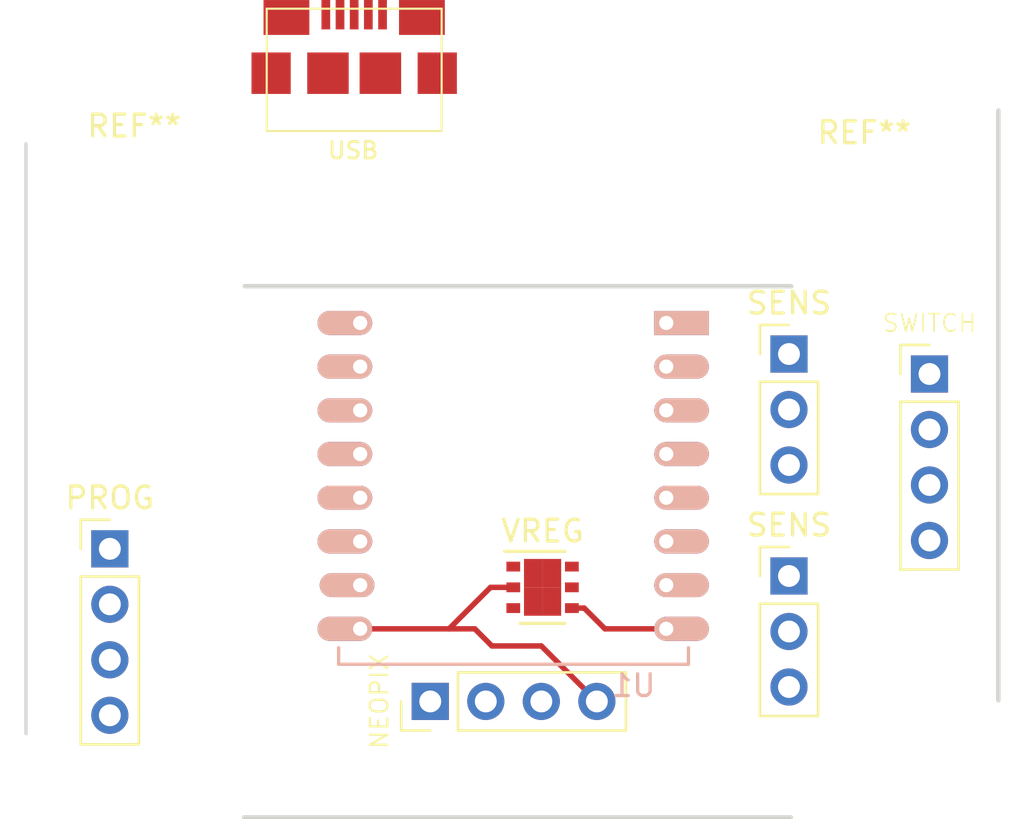
<source format=kicad_pcb>
(kicad_pcb (version 20171130) (host pcbnew 5.0.2-bee76a0~70~ubuntu18.04.1)

  (general
    (thickness 1.6)
    (drawings 6)
    (tracks 10)
    (zones 0)
    (modules 10)
    (nets 1)
  )

  (page A4)
  (layers
    (0 F.Cu signal)
    (31 B.Cu signal)
    (32 B.Adhes user)
    (33 F.Adhes user)
    (34 B.Paste user)
    (35 F.Paste user)
    (36 B.SilkS user)
    (37 F.SilkS user)
    (38 B.Mask user)
    (39 F.Mask user)
    (40 Dwgs.User user)
    (41 Cmts.User user)
    (42 Eco1.User user)
    (43 Eco2.User user)
    (44 Edge.Cuts user)
    (45 Margin user)
    (46 B.CrtYd user)
    (47 F.CrtYd user)
    (48 B.Fab user)
    (49 F.Fab user)
  )

  (setup
    (last_trace_width 0.25)
    (trace_clearance 0.2)
    (zone_clearance 0.508)
    (zone_45_only no)
    (trace_min 0.2)
    (segment_width 0.2)
    (edge_width 0.15)
    (via_size 0.8)
    (via_drill 0.4)
    (via_min_size 0.4)
    (via_min_drill 0.3)
    (uvia_size 0.3)
    (uvia_drill 0.1)
    (uvias_allowed no)
    (uvia_min_size 0.2)
    (uvia_min_drill 0.1)
    (pcb_text_width 0.3)
    (pcb_text_size 1.5 1.5)
    (mod_edge_width 0.15)
    (mod_text_size 1 1)
    (mod_text_width 0.15)
    (pad_size 1.524 1.524)
    (pad_drill 0.762)
    (pad_to_mask_clearance 0.2)
    (solder_mask_min_width 0.25)
    (aux_axis_origin 0 0)
    (visible_elements FFFFFF7F)
    (pcbplotparams
      (layerselection 0x00030_ffffffff)
      (usegerberextensions false)
      (usegerberattributes false)
      (usegerberadvancedattributes false)
      (creategerberjobfile false)
      (excludeedgelayer true)
      (linewidth 0.150000)
      (plotframeref false)
      (viasonmask false)
      (mode 1)
      (useauxorigin false)
      (hpglpennumber 1)
      (hpglpenspeed 20)
      (hpglpendiameter 15.000000)
      (psnegative false)
      (psa4output false)
      (plotreference true)
      (plotvalue true)
      (plotinvisibletext false)
      (padsonsilk false)
      (subtractmaskfromsilk false)
      (outputformat 1)
      (mirror false)
      (drillshape 1)
      (scaleselection 1)
      (outputdirectory ""))
  )

  (net 0 "")

  (net_class Default "This is the default net class."
    (clearance 0.2)
    (trace_width 0.25)
    (via_dia 0.8)
    (via_drill 0.4)
    (uvia_dia 0.3)
    (uvia_drill 0.1)
  )

  (module Pin_Headers:Pin_Header_Straight_1x03_Pitch2.54mm (layer F.Cu) (tedit 5CA78AD0) (tstamp 5CA8EBD2)
    (at 153.8986 99.2632)
    (descr "Through hole straight pin header, 1x03, 2.54mm pitch, single row")
    (tags "Through hole pin header THT 1x03 2.54mm single row")
    (fp_text reference SENS (at 0 -2.33) (layer F.SilkS)
      (effects (font (size 1 1) (thickness 0.15)))
    )
    (fp_text value Pin_Header_Straight_1x03_Pitch2.54mm (at 0 7.41) (layer F.Fab) hide
      (effects (font (size 1 1) (thickness 0.15)))
    )
    (fp_text user %R (at 0 2.54 90) (layer F.Fab)
      (effects (font (size 1 1) (thickness 0.15)))
    )
    (fp_line (start 1.8 -1.8) (end -1.8 -1.8) (layer F.CrtYd) (width 0.05))
    (fp_line (start 1.8 6.85) (end 1.8 -1.8) (layer F.CrtYd) (width 0.05))
    (fp_line (start -1.8 6.85) (end 1.8 6.85) (layer F.CrtYd) (width 0.05))
    (fp_line (start -1.8 -1.8) (end -1.8 6.85) (layer F.CrtYd) (width 0.05))
    (fp_line (start -1.33 -1.33) (end 0 -1.33) (layer F.SilkS) (width 0.12))
    (fp_line (start -1.33 0) (end -1.33 -1.33) (layer F.SilkS) (width 0.12))
    (fp_line (start -1.33 1.27) (end 1.33 1.27) (layer F.SilkS) (width 0.12))
    (fp_line (start 1.33 1.27) (end 1.33 6.41) (layer F.SilkS) (width 0.12))
    (fp_line (start -1.33 1.27) (end -1.33 6.41) (layer F.SilkS) (width 0.12))
    (fp_line (start -1.33 6.41) (end 1.33 6.41) (layer F.SilkS) (width 0.12))
    (fp_line (start -1.27 -0.635) (end -0.635 -1.27) (layer F.Fab) (width 0.1))
    (fp_line (start -1.27 6.35) (end -1.27 -0.635) (layer F.Fab) (width 0.1))
    (fp_line (start 1.27 6.35) (end -1.27 6.35) (layer F.Fab) (width 0.1))
    (fp_line (start 1.27 -1.27) (end 1.27 6.35) (layer F.Fab) (width 0.1))
    (fp_line (start -0.635 -1.27) (end 1.27 -1.27) (layer F.Fab) (width 0.1))
    (pad 3 thru_hole oval (at 0 5.08) (size 1.7 1.7) (drill 1) (layers *.Cu *.Mask))
    (pad 2 thru_hole oval (at 0 2.54) (size 1.7 1.7) (drill 1) (layers *.Cu *.Mask))
    (pad 1 thru_hole rect (at 0 0) (size 1.7 1.7) (drill 1) (layers *.Cu *.Mask))
    (model ${KISYS3DMOD}/Pin_Headers.3dshapes/Pin_Header_Straight_1x03_Pitch2.54mm.wrl
      (at (xyz 0 0 0))
      (scale (xyz 1 1 1))
      (rotate (xyz 0 0 0))
    )
  )

  (module Mounting_Holes:MountingHole_2.5mm (layer F.Cu) (tedit 5CA7862E) (tstamp 5CA851E6)
    (at 123.952 82.169)
    (descr "Mounting Hole 2.5mm, no annular")
    (tags "mounting hole 2.5mm no annular")
    (attr virtual)
    (fp_text reference REF** (at 0 -3.5) (layer F.SilkS)
      (effects (font (size 1 1) (thickness 0.15)))
    )
    (fp_text value MountingHole_2.5mm (at 0 3.5) (layer F.Fab) hide
      (effects (font (size 1 1) (thickness 0.15)))
    )
    (fp_circle (center 0 0) (end 2.75 0) (layer F.CrtYd) (width 0.05))
    (fp_circle (center 0 0) (end 2.5 0) (layer Cmts.User) (width 0.15))
    (fp_text user %R (at 0.3 0) (layer F.Fab)
      (effects (font (size 1 1) (thickness 0.15)))
    )
    (pad 1 np_thru_hole circle (at 0 0) (size 2.5 2.5) (drill 2.5) (layers *.Cu *.Mask))
  )

  (module kicad-ESP8266:ESP-12 locked (layer B.Cu) (tedit 55BE5912) (tstamp 5CA71FB3)
    (at 148.2852 87.6808 180)
    (descr "Module, ESP-8266, ESP-12, 16 pad, SMD")
    (tags "Module ESP-8266 ESP8266")
    (fp_text reference U1 (at 1.5 -16.6 180) (layer B.SilkS)
      (effects (font (size 1 1) (thickness 0.15)) (justify mirror))
    )
    (fp_text value ESP-12 (at 6.992 -1 180) (layer B.Fab)
      (effects (font (size 1 1) (thickness 0.15)) (justify mirror))
    )
    (fp_line (start -1.008 8.4) (end 14.992 8.4) (layer B.Fab) (width 0.05))
    (fp_line (start -1.008 -15.6) (end -1.008 8.4) (layer B.Fab) (width 0.05))
    (fp_line (start 14.992 -15.6) (end -1.008 -15.6) (layer B.Fab) (width 0.05))
    (fp_line (start 15 8.4) (end 15 -15.6) (layer B.Fab) (width 0.05))
    (fp_line (start -1.008 2.6) (end 14.992 2.6) (layer B.CrtYd) (width 0.1524))
    (fp_text user "No Copper" (at 6.892 5.4 180) (layer B.CrtYd)
      (effects (font (size 1 1) (thickness 0.15)) (justify mirror))
    )
    (fp_line (start -1.008 8.4) (end 14.992 2.6) (layer B.CrtYd) (width 0.1524))
    (fp_line (start 14.992 8.4) (end -1.008 2.6) (layer B.CrtYd) (width 0.1524))
    (fp_line (start 14.986 -15.621) (end 14.986 -14.859) (layer B.SilkS) (width 0.1524))
    (fp_line (start -1.016 -15.621) (end 14.986 -15.621) (layer B.SilkS) (width 0.1524))
    (fp_line (start -1.016 -14.859) (end -1.016 -15.621) (layer B.SilkS) (width 0.1524))
    (fp_line (start -1.016 8.382) (end -1.016 1.016) (layer B.CrtYd) (width 0.1524))
    (fp_line (start 14.986 8.382) (end 14.986 0.889) (layer B.CrtYd) (width 0.1524))
    (fp_line (start -1.016 8.382) (end 14.986 8.382) (layer B.CrtYd) (width 0.1524))
    (fp_line (start -2.25 -16) (end -2.25 0.5) (layer B.CrtYd) (width 0.05))
    (fp_line (start 16.25 -16) (end -2.25 -16) (layer B.CrtYd) (width 0.05))
    (fp_line (start 16.25 8.75) (end 16.25 -16) (layer B.CrtYd) (width 0.05))
    (fp_line (start 15.25 8.75) (end 16.25 8.75) (layer B.CrtYd) (width 0.05))
    (fp_line (start -2.25 8.75) (end 15.25 8.75) (layer B.CrtYd) (width 0.05))
    (fp_line (start -2.25 0.5) (end -2.25 8.75) (layer B.CrtYd) (width 0.05))
    (pad 16 thru_hole oval (at 14 0 180) (size 2.5 1.1) (drill 0.65 (offset 0.7 0)) (layers *.Cu *.Mask B.SilkS))
    (pad 15 thru_hole oval (at 14 -2 180) (size 2.5 1.1) (drill 0.65 (offset 0.7 0)) (layers *.Cu *.Mask B.SilkS))
    (pad 14 thru_hole oval (at 14 -4 180) (size 2.5 1.1) (drill 0.65 (offset 0.7 0)) (layers *.Cu *.Mask B.SilkS))
    (pad 13 thru_hole oval (at 14 -6 180) (size 2.5 1.1) (drill 0.65 (offset 0.7 0)) (layers *.Cu *.Mask B.SilkS))
    (pad 12 thru_hole oval (at 14 -8 180) (size 2.5 1.1) (drill 0.65 (offset 0.7 0)) (layers *.Cu *.Mask B.SilkS))
    (pad 11 thru_hole oval (at 14 -10 180) (size 2.5 1.1) (drill 0.65 (offset 0.7 0)) (layers *.Cu *.Mask B.SilkS))
    (pad 10 thru_hole oval (at 14 -12 180) (size 2.5 1.1) (drill 0.65 (offset 0.6 0)) (layers *.Cu *.Mask B.SilkS))
    (pad 9 thru_hole oval (at 14 -14 180) (size 2.5 1.1) (drill 0.65 (offset 0.7 0)) (layers *.Cu *.Mask B.SilkS))
    (pad 8 thru_hole oval (at 0 -14 180) (size 2.5 1.1) (drill 0.65 (offset -0.7 0)) (layers *.Cu *.Mask B.SilkS))
    (pad 7 thru_hole oval (at 0 -12 180) (size 2.5 1.1) (drill 0.65 (offset -0.7 0)) (layers *.Cu *.Mask B.SilkS))
    (pad 6 thru_hole oval (at 0 -10 180) (size 2.5 1.1) (drill 0.65 (offset -0.7 0)) (layers *.Cu *.Mask B.SilkS))
    (pad 5 thru_hole oval (at 0 -8 180) (size 2.5 1.1) (drill 0.65 (offset -0.7 0)) (layers *.Cu *.Mask B.SilkS))
    (pad 4 thru_hole oval (at 0 -6 180) (size 2.5 1.1) (drill 0.65 (offset -0.7 0)) (layers *.Cu *.Mask B.SilkS))
    (pad 3 thru_hole oval (at 0 -4 180) (size 2.5 1.1) (drill 0.65 (offset -0.7 0)) (layers *.Cu *.Mask B.SilkS))
    (pad 2 thru_hole oval (at 0 -2 180) (size 2.5 1.1) (drill 0.65 (offset -0.7 0)) (layers *.Cu *.Mask B.SilkS))
    (pad 1 thru_hole rect (at 0 0 180) (size 2.5 1.1) (drill 0.65 (offset -0.7 0)) (layers *.Cu *.Mask B.SilkS))
    (model ${ESPLIB}/ESP8266.3dshapes/ESP-12.wrl
      (at (xyz 0 0 0))
      (scale (xyz 0.3937 0.3937 0.3937))
      (rotate (xyz 0 0 0))
    )
  )

  (module Pin_Headers:Pin_Header_Straight_1x04_Pitch2.54mm (layer F.Cu) (tedit 5CA79223) (tstamp 5CA76CBD)
    (at 137.4902 105.0036 90)
    (descr "Through hole straight pin header, 1x04, 2.54mm pitch, single row")
    (tags "Through hole pin header THT 1x04 2.54mm single row")
    (fp_text reference NEOPIX (at 0 -2.33 90) (layer F.SilkS)
      (effects (font (size 0.8 0.8) (thickness 0.1)))
    )
    (fp_text value Pin_Header_Straight_1x04_Pitch2.54mm (at 0 9.95 90) (layer F.Fab) hide
      (effects (font (size 1 1) (thickness 0.15)))
    )
    (fp_line (start -0.635 -1.27) (end 1.27 -1.27) (layer F.Fab) (width 0.1))
    (fp_line (start 1.27 -1.27) (end 1.27 8.89) (layer F.Fab) (width 0.1))
    (fp_line (start 1.27 8.89) (end -1.27 8.89) (layer F.Fab) (width 0.1))
    (fp_line (start -1.27 8.89) (end -1.27 -0.635) (layer F.Fab) (width 0.1))
    (fp_line (start -1.27 -0.635) (end -0.635 -1.27) (layer F.Fab) (width 0.1))
    (fp_line (start -1.33 8.95) (end 1.33 8.95) (layer F.SilkS) (width 0.12))
    (fp_line (start -1.33 1.27) (end -1.33 8.95) (layer F.SilkS) (width 0.12))
    (fp_line (start 1.33 1.27) (end 1.33 8.95) (layer F.SilkS) (width 0.12))
    (fp_line (start -1.33 1.27) (end 1.33 1.27) (layer F.SilkS) (width 0.12))
    (fp_line (start -1.33 0) (end -1.33 -1.33) (layer F.SilkS) (width 0.12))
    (fp_line (start -1.33 -1.33) (end 0 -1.33) (layer F.SilkS) (width 0.12))
    (fp_line (start -1.8 -1.8) (end -1.8 9.4) (layer F.CrtYd) (width 0.05))
    (fp_line (start -1.8 9.4) (end 1.8 9.4) (layer F.CrtYd) (width 0.05))
    (fp_line (start 1.8 9.4) (end 1.8 -1.8) (layer F.CrtYd) (width 0.05))
    (fp_line (start 1.8 -1.8) (end -1.8 -1.8) (layer F.CrtYd) (width 0.05))
    (fp_text user %R (at 0 3.81 180) (layer F.Fab)
      (effects (font (size 1 1) (thickness 0.15)))
    )
    (pad 1 thru_hole rect (at 0 0 90) (size 1.7 1.7) (drill 1) (layers *.Cu *.Mask))
    (pad 2 thru_hole oval (at 0 2.54 90) (size 1.7 1.7) (drill 1) (layers *.Cu *.Mask))
    (pad 3 thru_hole oval (at 0 5.08 90) (size 1.7 1.7) (drill 1) (layers *.Cu *.Mask))
    (pad 4 thru_hole oval (at 0 7.62 90) (size 1.7 1.7) (drill 1) (layers *.Cu *.Mask))
    (model ${KISYS3DMOD}/Pin_Headers.3dshapes/Pin_Header_Straight_1x04_Pitch2.54mm.wrl
      (at (xyz 0 0 0))
      (scale (xyz 1 1 1))
      (rotate (xyz 0 0 0))
    )
  )

  (module Pin_Headers:Pin_Header_Straight_1x04_Pitch2.54mm (layer F.Cu) (tedit 5CA79208) (tstamp 5CA8EDC8)
    (at 160.3248 90.0176)
    (descr "Through hole straight pin header, 1x04, 2.54mm pitch, single row")
    (tags "Through hole pin header THT 1x04 2.54mm single row")
    (fp_text reference SWITCH (at 0 -2.33) (layer F.SilkS)
      (effects (font (size 0.8 0.8) (thickness 0.08)))
    )
    (fp_text value Pin_Header_Straight_1x04_Pitch2.54mm (at 0 9.95) (layer F.Fab) hide
      (effects (font (size 1 1) (thickness 0.15)))
    )
    (fp_line (start -0.635 -1.27) (end 1.27 -1.27) (layer F.Fab) (width 0.1))
    (fp_line (start 1.27 -1.27) (end 1.27 8.89) (layer F.Fab) (width 0.1))
    (fp_line (start 1.27 8.89) (end -1.27 8.89) (layer F.Fab) (width 0.1))
    (fp_line (start -1.27 8.89) (end -1.27 -0.635) (layer F.Fab) (width 0.1))
    (fp_line (start -1.27 -0.635) (end -0.635 -1.27) (layer F.Fab) (width 0.1))
    (fp_line (start -1.33 8.95) (end 1.33 8.95) (layer F.SilkS) (width 0.12))
    (fp_line (start -1.33 1.27) (end -1.33 8.95) (layer F.SilkS) (width 0.12))
    (fp_line (start 1.33 1.27) (end 1.33 8.95) (layer F.SilkS) (width 0.12))
    (fp_line (start -1.33 1.27) (end 1.33 1.27) (layer F.SilkS) (width 0.12))
    (fp_line (start -1.33 0) (end -1.33 -1.33) (layer F.SilkS) (width 0.12))
    (fp_line (start -1.33 -1.33) (end 0 -1.33) (layer F.SilkS) (width 0.12))
    (fp_line (start -1.8 -1.8) (end -1.8 9.4) (layer F.CrtYd) (width 0.05))
    (fp_line (start -1.8 9.4) (end 1.8 9.4) (layer F.CrtYd) (width 0.05))
    (fp_line (start 1.8 9.4) (end 1.8 -1.8) (layer F.CrtYd) (width 0.05))
    (fp_line (start 1.8 -1.8) (end -1.8 -1.8) (layer F.CrtYd) (width 0.05))
    (fp_text user %R (at 0 3.81 90) (layer F.Fab)
      (effects (font (size 1 1) (thickness 0.15)))
    )
    (pad 1 thru_hole rect (at 0 0) (size 1.7 1.7) (drill 1) (layers *.Cu *.Mask))
    (pad 2 thru_hole oval (at 0 2.54) (size 1.7 1.7) (drill 1) (layers *.Cu *.Mask))
    (pad 3 thru_hole oval (at 0 5.08) (size 1.7 1.7) (drill 1) (layers *.Cu *.Mask))
    (pad 4 thru_hole oval (at 0 7.62) (size 1.7 1.7) (drill 1) (layers *.Cu *.Mask))
    (model ${KISYS3DMOD}/Pin_Headers.3dshapes/Pin_Header_Straight_1x04_Pitch2.54mm.wrl
      (at (xyz 0 0 0))
      (scale (xyz 1 1 1))
      (rotate (xyz 0 0 0))
    )
  )

  (module Pin_Headers:Pin_Header_Straight_1x03_Pitch2.54mm (layer F.Cu) (tedit 5CA78AD0) (tstamp 5CA805AD)
    (at 153.8986 89.1032)
    (descr "Through hole straight pin header, 1x03, 2.54mm pitch, single row")
    (tags "Through hole pin header THT 1x03 2.54mm single row")
    (fp_text reference SENS (at 0 -2.33) (layer F.SilkS)
      (effects (font (size 1 1) (thickness 0.15)))
    )
    (fp_text value Pin_Header_Straight_1x03_Pitch2.54mm (at 0 7.41) (layer F.Fab) hide
      (effects (font (size 1 1) (thickness 0.15)))
    )
    (fp_line (start -0.635 -1.27) (end 1.27 -1.27) (layer F.Fab) (width 0.1))
    (fp_line (start 1.27 -1.27) (end 1.27 6.35) (layer F.Fab) (width 0.1))
    (fp_line (start 1.27 6.35) (end -1.27 6.35) (layer F.Fab) (width 0.1))
    (fp_line (start -1.27 6.35) (end -1.27 -0.635) (layer F.Fab) (width 0.1))
    (fp_line (start -1.27 -0.635) (end -0.635 -1.27) (layer F.Fab) (width 0.1))
    (fp_line (start -1.33 6.41) (end 1.33 6.41) (layer F.SilkS) (width 0.12))
    (fp_line (start -1.33 1.27) (end -1.33 6.41) (layer F.SilkS) (width 0.12))
    (fp_line (start 1.33 1.27) (end 1.33 6.41) (layer F.SilkS) (width 0.12))
    (fp_line (start -1.33 1.27) (end 1.33 1.27) (layer F.SilkS) (width 0.12))
    (fp_line (start -1.33 0) (end -1.33 -1.33) (layer F.SilkS) (width 0.12))
    (fp_line (start -1.33 -1.33) (end 0 -1.33) (layer F.SilkS) (width 0.12))
    (fp_line (start -1.8 -1.8) (end -1.8 6.85) (layer F.CrtYd) (width 0.05))
    (fp_line (start -1.8 6.85) (end 1.8 6.85) (layer F.CrtYd) (width 0.05))
    (fp_line (start 1.8 6.85) (end 1.8 -1.8) (layer F.CrtYd) (width 0.05))
    (fp_line (start 1.8 -1.8) (end -1.8 -1.8) (layer F.CrtYd) (width 0.05))
    (fp_text user %R (at 0 2.54 90) (layer F.Fab)
      (effects (font (size 1 1) (thickness 0.15)))
    )
    (pad 1 thru_hole rect (at 0 0) (size 1.7 1.7) (drill 1) (layers *.Cu *.Mask))
    (pad 2 thru_hole oval (at 0 2.54) (size 1.7 1.7) (drill 1) (layers *.Cu *.Mask))
    (pad 3 thru_hole oval (at 0 5.08) (size 1.7 1.7) (drill 1) (layers *.Cu *.Mask))
    (model ${KISYS3DMOD}/Pin_Headers.3dshapes/Pin_Header_Straight_1x03_Pitch2.54mm.wrl
      (at (xyz 0 0 0))
      (scale (xyz 1 1 1))
      (rotate (xyz 0 0 0))
    )
  )

  (module Mounting_Holes:MountingHole_2.5mm (layer F.Cu) (tedit 5CA7862A) (tstamp 5CA851A1)
    (at 157.353 82.4738)
    (descr "Mounting Hole 2.5mm, no annular")
    (tags "mounting hole 2.5mm no annular")
    (attr virtual)
    (fp_text reference REF** (at 0 -3.5) (layer F.SilkS)
      (effects (font (size 1 1) (thickness 0.15)))
    )
    (fp_text value MountingHole_2.5mm (at 0 3.5) (layer F.Fab) hide
      (effects (font (size 1 1) (thickness 0.15)))
    )
    (fp_text user %R (at 0.3 0) (layer F.Fab)
      (effects (font (size 1 1) (thickness 0.15)))
    )
    (fp_circle (center 0 0) (end 2.5 0) (layer Cmts.User) (width 0.15))
    (fp_circle (center 0 0) (end 2.75 0) (layer F.CrtYd) (width 0.05))
    (pad 1 np_thru_hole circle (at 0 0) (size 2.5 2.5) (drill 2.5) (layers *.Cu *.Mask))
  )

  (module open-project:MICRO-B_USB (layer F.Cu) (tedit 5CA791CD) (tstamp 5CA89D6A)
    (at 134.0104 77.6986)
    (fp_text reference MICRO-B_USB (at 0 -5.842) (layer F.SilkS) hide
      (effects (font (size 0.762 0.762) (thickness 0.127)))
    )
    (fp_text value USB (at -0.05 2.09) (layer F.SilkS)
      (effects (font (size 0.762 0.762) (thickness 0.127)))
    )
    (fp_line (start -4.0005 1.00076) (end -4.0005 -4.39928) (layer F.SilkS) (width 0.09906))
    (fp_line (start 4.0005 1.19888) (end -4.0005 1.19888) (layer F.SilkS) (width 0.09906))
    (fp_line (start 4.0005 -4.39928) (end 4.0005 1.00076) (layer F.SilkS) (width 0.09906))
    (fp_line (start -4.0005 -4.39928) (end 4.0005 -4.39928) (layer F.SilkS) (width 0.09906))
    (fp_line (start 4.0005 1.00076) (end 4.0005 1.19888) (layer F.SilkS) (width 0.09906))
    (fp_line (start -4.0005 1.00076) (end -4.0005 1.19888) (layer F.SilkS) (width 0.09906))
    (pad "" smd rect (at -3.79984 -1.4478) (size 1.79578 1.89738) (layers F.Cu F.Paste F.Mask))
    (pad "" smd rect (at 3.0988 -3.99796) (size 2.0955 1.59766) (layers F.Cu F.Paste F.Mask))
    (pad 5 smd rect (at 1.29794 -4.12496) (size 0.39878 1.3462) (layers F.Cu F.Paste F.Mask)
      (clearance 0.2032))
    (pad 4 smd rect (at 0.6477 -4.12496) (size 0.39878 1.3462) (layers F.Cu F.Paste F.Mask)
      (clearance 0.2032))
    (pad 3 smd rect (at 0 -4.12496) (size 0.39878 1.3462) (layers F.Cu F.Paste F.Mask)
      (clearance 0.2032))
    (pad 2 smd rect (at -0.6477 -4.12496) (size 0.39878 1.3462) (layers F.Cu F.Paste F.Mask)
      (clearance 0.2032))
    (pad 1 smd rect (at -1.29794 -4.12496) (size 0.39878 1.3462) (layers F.Cu F.Paste F.Mask)
      (clearance 0.2032))
    (pad "" smd rect (at -3.0988 -3.99796) (size 2.0955 1.59766) (layers F.Cu F.Paste F.Mask))
    (pad "" smd rect (at 3.79984 -1.4478) (size 1.79578 1.89738) (layers F.Cu F.Paste F.Mask))
    (pad "" smd rect (at 1.19888 -1.4478) (size 1.89992 1.89738) (layers F.Cu F.Paste F.Mask))
    (pad "" smd rect (at -1.19888 -1.4478) (size 1.89738 1.89738) (layers F.Cu F.Paste F.Mask))
  )

  (module Housings_DFN_QFN:DFN-6-1EP_3x3mm_Pitch0.95mm (layer F.Cu) (tedit 5CA78A33) (tstamp 5CA8E9D4)
    (at 142.6278 99.7816)
    (descr "DFN6 3*3 MM, 0.95 PITCH; CASE 506AH-01 (see ON Semiconductor 506AH.PDF)")
    (tags "DFN 0.95")
    (attr smd)
    (fp_text reference VREG (at 0 -2.575) (layer F.SilkS)
      (effects (font (size 1 1) (thickness 0.15)))
    )
    (fp_text value DFN-6-1EP_3x3mm_Pitch0.95mm (at 0 2.575) (layer F.Fab) hide
      (effects (font (size 1 1) (thickness 0.15)))
    )
    (fp_line (start -0.5 -1.5) (end 1.5 -1.5) (layer F.Fab) (width 0.15))
    (fp_line (start 1.5 -1.5) (end 1.5 1.5) (layer F.Fab) (width 0.15))
    (fp_line (start 1.5 1.5) (end -1.5 1.5) (layer F.Fab) (width 0.15))
    (fp_line (start -1.5 1.5) (end -1.5 -0.5) (layer F.Fab) (width 0.15))
    (fp_line (start -1.5 -0.5) (end -0.5 -1.5) (layer F.Fab) (width 0.15))
    (fp_line (start -1.9 -1.85) (end -1.9 1.85) (layer F.CrtYd) (width 0.05))
    (fp_line (start 1.9 -1.85) (end 1.9 1.85) (layer F.CrtYd) (width 0.05))
    (fp_line (start -1.9 -1.85) (end 1.9 -1.85) (layer F.CrtYd) (width 0.05))
    (fp_line (start -1.9 1.85) (end 1.9 1.85) (layer F.CrtYd) (width 0.05))
    (fp_line (start -1.025 1.65) (end 1.025 1.65) (layer F.SilkS) (width 0.15))
    (fp_line (start -1.73 -1.65) (end 1.025 -1.65) (layer F.SilkS) (width 0.15))
    (pad 1 smd rect (at -1.34 -0.95) (size 0.63 0.45) (layers F.Cu F.Paste F.Mask))
    (pad 2 smd rect (at -1.34 0) (size 0.63 0.45) (layers F.Cu F.Paste F.Mask))
    (pad 3 smd rect (at -1.34 0.95) (size 0.63 0.45) (layers F.Cu F.Paste F.Mask))
    (pad 4 smd rect (at 1.34 0.95) (size 0.63 0.45) (layers F.Cu F.Paste F.Mask))
    (pad 5 smd rect (at 1.34 0) (size 0.63 0.45) (layers F.Cu F.Paste F.Mask))
    (pad 6 smd rect (at 1.34 -0.95) (size 0.63 0.45) (layers F.Cu F.Paste F.Mask))
    (pad 7 smd rect (at 0.425 0.65) (size 0.85 1.3) (layers F.Cu F.Paste F.Mask)
      (solder_paste_margin_ratio -0.2))
    (pad 7 smd rect (at 0.425 -0.65) (size 0.85 1.3) (layers F.Cu F.Paste F.Mask)
      (solder_paste_margin_ratio -0.2))
    (pad 7 smd rect (at -0.425 0.65) (size 0.85 1.3) (layers F.Cu F.Paste F.Mask)
      (solder_paste_margin_ratio -0.2))
    (pad 7 smd rect (at -0.425 -0.65) (size 0.85 1.3) (layers F.Cu F.Paste F.Mask)
      (solder_paste_margin_ratio -0.2))
    (model ${KISYS3DMOD}/Housings_DFN_QFN.3dshapes/DFN-6-1EP_3x3mm_Pitch0.95mm.wrl
      (at (xyz 0 0 0))
      (scale (xyz 1 1 1))
      (rotate (xyz 0 0 0))
    )
  )

  (module Pin_Headers:Pin_Header_Straight_1x04_Pitch2.54mm (layer F.Cu) (tedit 5CA78AC7) (tstamp 5CA8EB40)
    (at 122.8344 98.0186)
    (descr "Through hole straight pin header, 1x04, 2.54mm pitch, single row")
    (tags "Through hole pin header THT 1x04 2.54mm single row")
    (fp_text reference PROG (at 0 -2.33) (layer F.SilkS)
      (effects (font (size 1 1) (thickness 0.15)))
    )
    (fp_text value Pin_Header_Straight_1x04_Pitch2.54mm (at 0 9.95) (layer F.Fab) hide
      (effects (font (size 1 1) (thickness 0.15)))
    )
    (fp_line (start -0.635 -1.27) (end 1.27 -1.27) (layer F.Fab) (width 0.1))
    (fp_line (start 1.27 -1.27) (end 1.27 8.89) (layer F.Fab) (width 0.1))
    (fp_line (start 1.27 8.89) (end -1.27 8.89) (layer F.Fab) (width 0.1))
    (fp_line (start -1.27 8.89) (end -1.27 -0.635) (layer F.Fab) (width 0.1))
    (fp_line (start -1.27 -0.635) (end -0.635 -1.27) (layer F.Fab) (width 0.1))
    (fp_line (start -1.33 8.95) (end 1.33 8.95) (layer F.SilkS) (width 0.12))
    (fp_line (start -1.33 1.27) (end -1.33 8.95) (layer F.SilkS) (width 0.12))
    (fp_line (start 1.33 1.27) (end 1.33 8.95) (layer F.SilkS) (width 0.12))
    (fp_line (start -1.33 1.27) (end 1.33 1.27) (layer F.SilkS) (width 0.12))
    (fp_line (start -1.33 0) (end -1.33 -1.33) (layer F.SilkS) (width 0.12))
    (fp_line (start -1.33 -1.33) (end 0 -1.33) (layer F.SilkS) (width 0.12))
    (fp_line (start -1.8 -1.8) (end -1.8 9.4) (layer F.CrtYd) (width 0.05))
    (fp_line (start -1.8 9.4) (end 1.8 9.4) (layer F.CrtYd) (width 0.05))
    (fp_line (start 1.8 9.4) (end 1.8 -1.8) (layer F.CrtYd) (width 0.05))
    (fp_line (start 1.8 -1.8) (end -1.8 -1.8) (layer F.CrtYd) (width 0.05))
    (fp_text user %R (at 0 3.81 90) (layer F.Fab)
      (effects (font (size 1 1) (thickness 0.15)))
    )
    (pad 1 thru_hole rect (at 0 0) (size 1.7 1.7) (drill 1) (layers *.Cu *.Mask))
    (pad 2 thru_hole oval (at 0 2.54) (size 1.7 1.7) (drill 1) (layers *.Cu *.Mask))
    (pad 3 thru_hole oval (at 0 5.08) (size 1.7 1.7) (drill 1) (layers *.Cu *.Mask))
    (pad 4 thru_hole oval (at 0 7.62) (size 1.7 1.7) (drill 1) (layers *.Cu *.Mask))
    (model ${KISYS3DMOD}/Pin_Headers.3dshapes/Pin_Header_Straight_1x04_Pitch2.54mm.wrl
      (at (xyz 0 0 0))
      (scale (xyz 1 1 1))
      (rotate (xyz 0 0 0))
    )
  )

  (dimension 6.0198 (width 0.2) (layer Dwgs.User) (tstamp 5CA8ED2E)
    (gr_text "6.020 mm" (at 122.0597 108.799056) (layer Dwgs.User) (tstamp 5CA8ED2E)
      (effects (font (size 1.1 1.1) (thickness 0.2)))
    )
    (feature1 (pts (xy 119.0498 106.29265) (xy 119.0498 107.285477)))
    (feature2 (pts (xy 125.0696 106.29265) (xy 125.0696 107.285477)))
    (crossbar (pts (xy 125.0696 106.699056) (xy 119.0498 106.699056)))
    (arrow1a (pts (xy 119.0498 106.699056) (xy 120.176304 106.112635)))
    (arrow1b (pts (xy 119.0498 106.699056) (xy 120.176304 107.285477)))
    (arrow2a (pts (xy 125.0696 106.699056) (xy 123.943096 106.112635)))
    (arrow2b (pts (xy 125.0696 106.699056) (xy 123.943096 107.285477)))
  )
  (dimension 6.0198 (width 0.2) (layer Dwgs.User) (tstamp 5CA8ED11)
    (gr_text "6.020 mm" (at 160.4137 107.910056) (layer Dwgs.User) (tstamp 5CA8ED12)
      (effects (font (size 1.1 1.1) (thickness 0.2)))
    )
    (feature1 (pts (xy 157.4038 105.40365) (xy 157.4038 106.396477)))
    (feature2 (pts (xy 163.4236 105.40365) (xy 163.4236 106.396477)))
    (crossbar (pts (xy 163.4236 105.810056) (xy 157.4038 105.810056)))
    (arrow1a (pts (xy 157.4038 105.810056) (xy 158.530304 105.223635)))
    (arrow1b (pts (xy 157.4038 105.810056) (xy 158.530304 106.396477)))
    (arrow2a (pts (xy 163.4236 105.810056) (xy 162.297096 105.223635)))
    (arrow2b (pts (xy 163.4236 105.810056) (xy 162.297096 106.396477)))
  )
  (gr_line (start 118.999 79.4768) (end 118.999 106.4768) (layer Edge.Cuts) (width 0.15))
  (gr_line (start 128.9812 110.3122) (end 153.9812 110.3122) (layer Edge.Cuts) (width 0.2) (tstamp 5CA76D9E))
  (gr_line (start 163.4744 77.9528) (end 163.4744 104.9528) (layer Edge.Cuts) (width 0.2) (tstamp 5CA89E1B))
  (gr_line (start 129 86) (end 154 86) (layer Edge.Cuts) (width 0.2))

  (segment (start 145.482 101.6808) (end 148.2852 101.6808) (width 0.25) (layer F.Cu) (net 0))
  (segment (start 144.5328 100.7316) (end 145.482 101.6808) (width 0.25) (layer F.Cu) (net 0))
  (segment (start 143.9678 100.7316) (end 144.5328 100.7316) (width 0.25) (layer F.Cu) (net 0))
  (segment (start 141.2878 99.7816) (end 140.2484 99.7816) (width 0.25) (layer F.Cu) (net 0))
  (segment (start 138.3492 101.6808) (end 134.2852 101.6808) (width 0.25) (layer F.Cu) (net 0))
  (segment (start 140.2484 99.7816) (end 138.3492 101.6808) (width 0.25) (layer F.Cu) (net 0))
  (segment (start 138.3492 101.6808) (end 139.5268 101.6808) (width 0.25) (layer F.Cu) (net 0))
  (segment (start 139.5268 101.6808) (end 140.3096 102.4636) (width 0.25) (layer F.Cu) (net 0))
  (segment (start 142.5702 102.4636) (end 145.1102 105.0036) (width 0.25) (layer F.Cu) (net 0))
  (segment (start 140.3096 102.4636) (end 142.5702 102.4636) (width 0.25) (layer F.Cu) (net 0))

)

</source>
